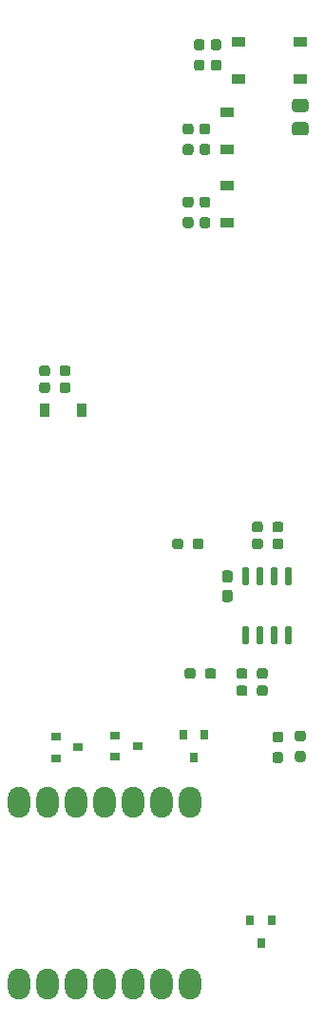
<source format=gbr>
%TF.GenerationSoftware,KiCad,Pcbnew,(5.1.9-0-10_14)*%
%TF.CreationDate,2021-03-07T22:41:29+09:00*%
%TF.ProjectId,jade_hardware,6a616465-5f68-4617-9264-776172652e6b,A*%
%TF.SameCoordinates,Original*%
%TF.FileFunction,Paste,Top*%
%TF.FilePolarity,Positive*%
%FSLAX46Y46*%
G04 Gerber Fmt 4.6, Leading zero omitted, Abs format (unit mm)*
G04 Created by KiCad (PCBNEW (5.1.9-0-10_14)) date 2021-03-07 22:41:29*
%MOMM*%
%LPD*%
G01*
G04 APERTURE LIST*
%ADD10O,1.998980X2.748280*%
%ADD11R,0.900000X0.800000*%
%ADD12R,0.800000X0.900000*%
%ADD13R,1.200000X0.900000*%
%ADD14R,0.900000X1.200000*%
G04 APERTURE END LIST*
D10*
%TO.C,U1*%
X117932180Y-157166880D03*
X120472180Y-157166880D03*
X123012180Y-157166880D03*
X125552180Y-157166880D03*
X128092180Y-157166880D03*
X130632180Y-157166880D03*
X133172180Y-157166880D03*
X133172180Y-141002320D03*
X130632180Y-141002320D03*
X128092180Y-141002320D03*
X125552180Y-141002320D03*
X123012180Y-141002320D03*
X120472180Y-141002320D03*
X117932180Y-141002320D03*
%TD*%
%TO.C,U2*%
G36*
G01*
X138245000Y-121700000D02*
X137945000Y-121700000D01*
G75*
G02*
X137795000Y-121550000I0J150000D01*
G01*
X137795000Y-120200000D01*
G75*
G02*
X137945000Y-120050000I150000J0D01*
G01*
X138245000Y-120050000D01*
G75*
G02*
X138395000Y-120200000I0J-150000D01*
G01*
X138395000Y-121550000D01*
G75*
G02*
X138245000Y-121700000I-150000J0D01*
G01*
G37*
G36*
G01*
X139515000Y-121700000D02*
X139215000Y-121700000D01*
G75*
G02*
X139065000Y-121550000I0J150000D01*
G01*
X139065000Y-120200000D01*
G75*
G02*
X139215000Y-120050000I150000J0D01*
G01*
X139515000Y-120050000D01*
G75*
G02*
X139665000Y-120200000I0J-150000D01*
G01*
X139665000Y-121550000D01*
G75*
G02*
X139515000Y-121700000I-150000J0D01*
G01*
G37*
G36*
G01*
X140785000Y-121700000D02*
X140485000Y-121700000D01*
G75*
G02*
X140335000Y-121550000I0J150000D01*
G01*
X140335000Y-120200000D01*
G75*
G02*
X140485000Y-120050000I150000J0D01*
G01*
X140785000Y-120050000D01*
G75*
G02*
X140935000Y-120200000I0J-150000D01*
G01*
X140935000Y-121550000D01*
G75*
G02*
X140785000Y-121700000I-150000J0D01*
G01*
G37*
G36*
G01*
X142055000Y-121700000D02*
X141755000Y-121700000D01*
G75*
G02*
X141605000Y-121550000I0J150000D01*
G01*
X141605000Y-120200000D01*
G75*
G02*
X141755000Y-120050000I150000J0D01*
G01*
X142055000Y-120050000D01*
G75*
G02*
X142205000Y-120200000I0J-150000D01*
G01*
X142205000Y-121550000D01*
G75*
G02*
X142055000Y-121700000I-150000J0D01*
G01*
G37*
G36*
G01*
X142055000Y-126950000D02*
X141755000Y-126950000D01*
G75*
G02*
X141605000Y-126800000I0J150000D01*
G01*
X141605000Y-125450000D01*
G75*
G02*
X141755000Y-125300000I150000J0D01*
G01*
X142055000Y-125300000D01*
G75*
G02*
X142205000Y-125450000I0J-150000D01*
G01*
X142205000Y-126800000D01*
G75*
G02*
X142055000Y-126950000I-150000J0D01*
G01*
G37*
G36*
G01*
X140785000Y-126950000D02*
X140485000Y-126950000D01*
G75*
G02*
X140335000Y-126800000I0J150000D01*
G01*
X140335000Y-125450000D01*
G75*
G02*
X140485000Y-125300000I150000J0D01*
G01*
X140785000Y-125300000D01*
G75*
G02*
X140935000Y-125450000I0J-150000D01*
G01*
X140935000Y-126800000D01*
G75*
G02*
X140785000Y-126950000I-150000J0D01*
G01*
G37*
G36*
G01*
X139515000Y-126950000D02*
X139215000Y-126950000D01*
G75*
G02*
X139065000Y-126800000I0J150000D01*
G01*
X139065000Y-125450000D01*
G75*
G02*
X139215000Y-125300000I150000J0D01*
G01*
X139515000Y-125300000D01*
G75*
G02*
X139665000Y-125450000I0J-150000D01*
G01*
X139665000Y-126800000D01*
G75*
G02*
X139515000Y-126950000I-150000J0D01*
G01*
G37*
G36*
G01*
X138245000Y-126950000D02*
X137945000Y-126950000D01*
G75*
G02*
X137795000Y-126800000I0J150000D01*
G01*
X137795000Y-125450000D01*
G75*
G02*
X137945000Y-125300000I150000J0D01*
G01*
X138245000Y-125300000D01*
G75*
G02*
X138395000Y-125450000I0J-150000D01*
G01*
X138395000Y-126800000D01*
G75*
G02*
X138245000Y-126950000I-150000J0D01*
G01*
G37*
%TD*%
%TO.C,R16*%
G36*
G01*
X134513500Y-129777500D02*
X134513500Y-129302500D01*
G75*
G02*
X134751000Y-129065000I237500J0D01*
G01*
X135251000Y-129065000D01*
G75*
G02*
X135488500Y-129302500I0J-237500D01*
G01*
X135488500Y-129777500D01*
G75*
G02*
X135251000Y-130015000I-237500J0D01*
G01*
X134751000Y-130015000D01*
G75*
G02*
X134513500Y-129777500I0J237500D01*
G01*
G37*
G36*
G01*
X132688500Y-129777500D02*
X132688500Y-129302500D01*
G75*
G02*
X132926000Y-129065000I237500J0D01*
G01*
X133426000Y-129065000D01*
G75*
G02*
X133663500Y-129302500I0J-237500D01*
G01*
X133663500Y-129777500D01*
G75*
G02*
X133426000Y-130015000I-237500J0D01*
G01*
X132926000Y-130015000D01*
G75*
G02*
X132688500Y-129777500I0J237500D01*
G01*
G37*
%TD*%
%TO.C,R15*%
G36*
G01*
X133425000Y-118237500D02*
X133425000Y-117762500D01*
G75*
G02*
X133662500Y-117525000I237500J0D01*
G01*
X134162500Y-117525000D01*
G75*
G02*
X134400000Y-117762500I0J-237500D01*
G01*
X134400000Y-118237500D01*
G75*
G02*
X134162500Y-118475000I-237500J0D01*
G01*
X133662500Y-118475000D01*
G75*
G02*
X133425000Y-118237500I0J237500D01*
G01*
G37*
G36*
G01*
X131600000Y-118237500D02*
X131600000Y-117762500D01*
G75*
G02*
X131837500Y-117525000I237500J0D01*
G01*
X132337500Y-117525000D01*
G75*
G02*
X132575000Y-117762500I0J-237500D01*
G01*
X132575000Y-118237500D01*
G75*
G02*
X132337500Y-118475000I-237500J0D01*
G01*
X131837500Y-118475000D01*
G75*
G02*
X131600000Y-118237500I0J237500D01*
G01*
G37*
%TD*%
%TO.C,R14*%
G36*
G01*
X139132500Y-129777500D02*
X139132500Y-129302500D01*
G75*
G02*
X139370000Y-129065000I237500J0D01*
G01*
X139870000Y-129065000D01*
G75*
G02*
X140107500Y-129302500I0J-237500D01*
G01*
X140107500Y-129777500D01*
G75*
G02*
X139870000Y-130015000I-237500J0D01*
G01*
X139370000Y-130015000D01*
G75*
G02*
X139132500Y-129777500I0J237500D01*
G01*
G37*
G36*
G01*
X137307500Y-129777500D02*
X137307500Y-129302500D01*
G75*
G02*
X137545000Y-129065000I237500J0D01*
G01*
X138045000Y-129065000D01*
G75*
G02*
X138282500Y-129302500I0J-237500D01*
G01*
X138282500Y-129777500D01*
G75*
G02*
X138045000Y-130015000I-237500J0D01*
G01*
X137545000Y-130015000D01*
G75*
G02*
X137307500Y-129777500I0J237500D01*
G01*
G37*
%TD*%
%TO.C,R13*%
G36*
G01*
X140512500Y-118237500D02*
X140512500Y-117762500D01*
G75*
G02*
X140750000Y-117525000I237500J0D01*
G01*
X141250000Y-117525000D01*
G75*
G02*
X141487500Y-117762500I0J-237500D01*
G01*
X141487500Y-118237500D01*
G75*
G02*
X141250000Y-118475000I-237500J0D01*
G01*
X140750000Y-118475000D01*
G75*
G02*
X140512500Y-118237500I0J237500D01*
G01*
G37*
G36*
G01*
X138687500Y-118237500D02*
X138687500Y-117762500D01*
G75*
G02*
X138925000Y-117525000I237500J0D01*
G01*
X139425000Y-117525000D01*
G75*
G02*
X139662500Y-117762500I0J-237500D01*
G01*
X139662500Y-118237500D01*
G75*
G02*
X139425000Y-118475000I-237500J0D01*
G01*
X138925000Y-118475000D01*
G75*
G02*
X138687500Y-118237500I0J237500D01*
G01*
G37*
%TD*%
%TO.C,R12*%
G36*
G01*
X140762500Y-136512500D02*
X141237500Y-136512500D01*
G75*
G02*
X141475000Y-136750000I0J-237500D01*
G01*
X141475000Y-137250000D01*
G75*
G02*
X141237500Y-137487500I-237500J0D01*
G01*
X140762500Y-137487500D01*
G75*
G02*
X140525000Y-137250000I0J237500D01*
G01*
X140525000Y-136750000D01*
G75*
G02*
X140762500Y-136512500I237500J0D01*
G01*
G37*
G36*
G01*
X140762500Y-134687500D02*
X141237500Y-134687500D01*
G75*
G02*
X141475000Y-134925000I0J-237500D01*
G01*
X141475000Y-135425000D01*
G75*
G02*
X141237500Y-135662500I-237500J0D01*
G01*
X140762500Y-135662500D01*
G75*
G02*
X140525000Y-135425000I0J237500D01*
G01*
X140525000Y-134925000D01*
G75*
G02*
X140762500Y-134687500I237500J0D01*
G01*
G37*
%TD*%
%TO.C,R11*%
G36*
G01*
X138282500Y-130826500D02*
X138282500Y-131301500D01*
G75*
G02*
X138045000Y-131539000I-237500J0D01*
G01*
X137545000Y-131539000D01*
G75*
G02*
X137307500Y-131301500I0J237500D01*
G01*
X137307500Y-130826500D01*
G75*
G02*
X137545000Y-130589000I237500J0D01*
G01*
X138045000Y-130589000D01*
G75*
G02*
X138282500Y-130826500I0J-237500D01*
G01*
G37*
G36*
G01*
X140107500Y-130826500D02*
X140107500Y-131301500D01*
G75*
G02*
X139870000Y-131539000I-237500J0D01*
G01*
X139370000Y-131539000D01*
G75*
G02*
X139132500Y-131301500I0J237500D01*
G01*
X139132500Y-130826500D01*
G75*
G02*
X139370000Y-130589000I237500J0D01*
G01*
X139870000Y-130589000D01*
G75*
G02*
X140107500Y-130826500I0J-237500D01*
G01*
G37*
%TD*%
%TO.C,R10*%
G36*
G01*
X142762500Y-136425000D02*
X143237500Y-136425000D01*
G75*
G02*
X143475000Y-136662500I0J-237500D01*
G01*
X143475000Y-137162500D01*
G75*
G02*
X143237500Y-137400000I-237500J0D01*
G01*
X142762500Y-137400000D01*
G75*
G02*
X142525000Y-137162500I0J237500D01*
G01*
X142525000Y-136662500D01*
G75*
G02*
X142762500Y-136425000I237500J0D01*
G01*
G37*
G36*
G01*
X142762500Y-134600000D02*
X143237500Y-134600000D01*
G75*
G02*
X143475000Y-134837500I0J-237500D01*
G01*
X143475000Y-135337500D01*
G75*
G02*
X143237500Y-135575000I-237500J0D01*
G01*
X142762500Y-135575000D01*
G75*
G02*
X142525000Y-135337500I0J237500D01*
G01*
X142525000Y-134837500D01*
G75*
G02*
X142762500Y-134600000I237500J0D01*
G01*
G37*
%TD*%
%TO.C,R9*%
G36*
G01*
X139662500Y-116262500D02*
X139662500Y-116737500D01*
G75*
G02*
X139425000Y-116975000I-237500J0D01*
G01*
X138925000Y-116975000D01*
G75*
G02*
X138687500Y-116737500I0J237500D01*
G01*
X138687500Y-116262500D01*
G75*
G02*
X138925000Y-116025000I237500J0D01*
G01*
X139425000Y-116025000D01*
G75*
G02*
X139662500Y-116262500I0J-237500D01*
G01*
G37*
G36*
G01*
X141487500Y-116262500D02*
X141487500Y-116737500D01*
G75*
G02*
X141250000Y-116975000I-237500J0D01*
G01*
X140750000Y-116975000D01*
G75*
G02*
X140512500Y-116737500I0J237500D01*
G01*
X140512500Y-116262500D01*
G75*
G02*
X140750000Y-116025000I237500J0D01*
G01*
X141250000Y-116025000D01*
G75*
G02*
X141487500Y-116262500I0J-237500D01*
G01*
G37*
%TD*%
%TO.C,R8*%
G36*
G01*
X120697500Y-103862500D02*
X120697500Y-104337500D01*
G75*
G02*
X120460000Y-104575000I-237500J0D01*
G01*
X119960000Y-104575000D01*
G75*
G02*
X119722500Y-104337500I0J237500D01*
G01*
X119722500Y-103862500D01*
G75*
G02*
X119960000Y-103625000I237500J0D01*
G01*
X120460000Y-103625000D01*
G75*
G02*
X120697500Y-103862500I0J-237500D01*
G01*
G37*
G36*
G01*
X122522500Y-103862500D02*
X122522500Y-104337500D01*
G75*
G02*
X122285000Y-104575000I-237500J0D01*
G01*
X121785000Y-104575000D01*
G75*
G02*
X121547500Y-104337500I0J237500D01*
G01*
X121547500Y-103862500D01*
G75*
G02*
X121785000Y-103625000I237500J0D01*
G01*
X122285000Y-103625000D01*
G75*
G02*
X122522500Y-103862500I0J-237500D01*
G01*
G37*
%TD*%
%TO.C,R7*%
G36*
G01*
X134262500Y-88925000D02*
X134737500Y-88925000D01*
G75*
G02*
X134975000Y-89162500I0J-237500D01*
G01*
X134975000Y-89662500D01*
G75*
G02*
X134737500Y-89900000I-237500J0D01*
G01*
X134262500Y-89900000D01*
G75*
G02*
X134025000Y-89662500I0J237500D01*
G01*
X134025000Y-89162500D01*
G75*
G02*
X134262500Y-88925000I237500J0D01*
G01*
G37*
G36*
G01*
X134262500Y-87100000D02*
X134737500Y-87100000D01*
G75*
G02*
X134975000Y-87337500I0J-237500D01*
G01*
X134975000Y-87837500D01*
G75*
G02*
X134737500Y-88075000I-237500J0D01*
G01*
X134262500Y-88075000D01*
G75*
G02*
X134025000Y-87837500I0J237500D01*
G01*
X134025000Y-87337500D01*
G75*
G02*
X134262500Y-87100000I237500J0D01*
G01*
G37*
%TD*%
%TO.C,R6*%
G36*
G01*
X134262500Y-82425000D02*
X134737500Y-82425000D01*
G75*
G02*
X134975000Y-82662500I0J-237500D01*
G01*
X134975000Y-83162500D01*
G75*
G02*
X134737500Y-83400000I-237500J0D01*
G01*
X134262500Y-83400000D01*
G75*
G02*
X134025000Y-83162500I0J237500D01*
G01*
X134025000Y-82662500D01*
G75*
G02*
X134262500Y-82425000I237500J0D01*
G01*
G37*
G36*
G01*
X134262500Y-80600000D02*
X134737500Y-80600000D01*
G75*
G02*
X134975000Y-80837500I0J-237500D01*
G01*
X134975000Y-81337500D01*
G75*
G02*
X134737500Y-81575000I-237500J0D01*
G01*
X134262500Y-81575000D01*
G75*
G02*
X134025000Y-81337500I0J237500D01*
G01*
X134025000Y-80837500D01*
G75*
G02*
X134262500Y-80600000I237500J0D01*
G01*
G37*
%TD*%
%TO.C,R5*%
G36*
G01*
X135262500Y-74925000D02*
X135737500Y-74925000D01*
G75*
G02*
X135975000Y-75162500I0J-237500D01*
G01*
X135975000Y-75662500D01*
G75*
G02*
X135737500Y-75900000I-237500J0D01*
G01*
X135262500Y-75900000D01*
G75*
G02*
X135025000Y-75662500I0J237500D01*
G01*
X135025000Y-75162500D01*
G75*
G02*
X135262500Y-74925000I237500J0D01*
G01*
G37*
G36*
G01*
X135262500Y-73100000D02*
X135737500Y-73100000D01*
G75*
G02*
X135975000Y-73337500I0J-237500D01*
G01*
X135975000Y-73837500D01*
G75*
G02*
X135737500Y-74075000I-237500J0D01*
G01*
X135262500Y-74075000D01*
G75*
G02*
X135025000Y-73837500I0J237500D01*
G01*
X135025000Y-73337500D01*
G75*
G02*
X135262500Y-73100000I237500J0D01*
G01*
G37*
%TD*%
%TO.C,R4*%
G36*
G01*
X121547500Y-102837500D02*
X121547500Y-102362500D01*
G75*
G02*
X121785000Y-102125000I237500J0D01*
G01*
X122285000Y-102125000D01*
G75*
G02*
X122522500Y-102362500I0J-237500D01*
G01*
X122522500Y-102837500D01*
G75*
G02*
X122285000Y-103075000I-237500J0D01*
G01*
X121785000Y-103075000D01*
G75*
G02*
X121547500Y-102837500I0J237500D01*
G01*
G37*
G36*
G01*
X119722500Y-102837500D02*
X119722500Y-102362500D01*
G75*
G02*
X119960000Y-102125000I237500J0D01*
G01*
X120460000Y-102125000D01*
G75*
G02*
X120697500Y-102362500I0J-237500D01*
G01*
X120697500Y-102837500D01*
G75*
G02*
X120460000Y-103075000I-237500J0D01*
G01*
X119960000Y-103075000D01*
G75*
G02*
X119722500Y-102837500I0J237500D01*
G01*
G37*
%TD*%
%TO.C,R3*%
G36*
G01*
X133237500Y-88075000D02*
X132762500Y-88075000D01*
G75*
G02*
X132525000Y-87837500I0J237500D01*
G01*
X132525000Y-87337500D01*
G75*
G02*
X132762500Y-87100000I237500J0D01*
G01*
X133237500Y-87100000D01*
G75*
G02*
X133475000Y-87337500I0J-237500D01*
G01*
X133475000Y-87837500D01*
G75*
G02*
X133237500Y-88075000I-237500J0D01*
G01*
G37*
G36*
G01*
X133237500Y-89900000D02*
X132762500Y-89900000D01*
G75*
G02*
X132525000Y-89662500I0J237500D01*
G01*
X132525000Y-89162500D01*
G75*
G02*
X132762500Y-88925000I237500J0D01*
G01*
X133237500Y-88925000D01*
G75*
G02*
X133475000Y-89162500I0J-237500D01*
G01*
X133475000Y-89662500D01*
G75*
G02*
X133237500Y-89900000I-237500J0D01*
G01*
G37*
%TD*%
%TO.C,R2*%
G36*
G01*
X133237500Y-81575000D02*
X132762500Y-81575000D01*
G75*
G02*
X132525000Y-81337500I0J237500D01*
G01*
X132525000Y-80837500D01*
G75*
G02*
X132762500Y-80600000I237500J0D01*
G01*
X133237500Y-80600000D01*
G75*
G02*
X133475000Y-80837500I0J-237500D01*
G01*
X133475000Y-81337500D01*
G75*
G02*
X133237500Y-81575000I-237500J0D01*
G01*
G37*
G36*
G01*
X133237500Y-83400000D02*
X132762500Y-83400000D01*
G75*
G02*
X132525000Y-83162500I0J237500D01*
G01*
X132525000Y-82662500D01*
G75*
G02*
X132762500Y-82425000I237500J0D01*
G01*
X133237500Y-82425000D01*
G75*
G02*
X133475000Y-82662500I0J-237500D01*
G01*
X133475000Y-83162500D01*
G75*
G02*
X133237500Y-83400000I-237500J0D01*
G01*
G37*
%TD*%
%TO.C,R1*%
G36*
G01*
X134237500Y-74075000D02*
X133762500Y-74075000D01*
G75*
G02*
X133525000Y-73837500I0J237500D01*
G01*
X133525000Y-73337500D01*
G75*
G02*
X133762500Y-73100000I237500J0D01*
G01*
X134237500Y-73100000D01*
G75*
G02*
X134475000Y-73337500I0J-237500D01*
G01*
X134475000Y-73837500D01*
G75*
G02*
X134237500Y-74075000I-237500J0D01*
G01*
G37*
G36*
G01*
X134237500Y-75900000D02*
X133762500Y-75900000D01*
G75*
G02*
X133525000Y-75662500I0J237500D01*
G01*
X133525000Y-75162500D01*
G75*
G02*
X133762500Y-74925000I237500J0D01*
G01*
X134237500Y-74925000D01*
G75*
G02*
X134475000Y-75162500I0J-237500D01*
G01*
X134475000Y-75662500D01*
G75*
G02*
X134237500Y-75900000I-237500J0D01*
G01*
G37*
%TD*%
D11*
%TO.C,Q4*%
X123200000Y-136100000D03*
X121200000Y-137050000D03*
X121200000Y-135150000D03*
%TD*%
%TO.C,Q3*%
X128500000Y-136000000D03*
X126500000Y-136950000D03*
X126500000Y-135050000D03*
%TD*%
D12*
%TO.C,Q2*%
X133500000Y-137000000D03*
X132550000Y-135000000D03*
X134450000Y-135000000D03*
%TD*%
%TO.C,Q1*%
X139500000Y-153500000D03*
X138550000Y-151500000D03*
X140450000Y-151500000D03*
%TD*%
D13*
%TO.C,D5*%
X143000000Y-73350000D03*
X143000000Y-76650000D03*
%TD*%
D14*
%TO.C,D4*%
X123550000Y-106100000D03*
X120250000Y-106100000D03*
%TD*%
D13*
%TO.C,D3*%
X136500000Y-86107000D03*
X136500000Y-89407000D03*
%TD*%
%TO.C,D2*%
X136500000Y-79631000D03*
X136500000Y-82931000D03*
%TD*%
%TO.C,D1*%
X137500000Y-73350000D03*
X137500000Y-76650000D03*
%TD*%
%TO.C,C2*%
G36*
G01*
X136262500Y-122087500D02*
X136737500Y-122087500D01*
G75*
G02*
X136975000Y-122325000I0J-237500D01*
G01*
X136975000Y-122925000D01*
G75*
G02*
X136737500Y-123162500I-237500J0D01*
G01*
X136262500Y-123162500D01*
G75*
G02*
X136025000Y-122925000I0J237500D01*
G01*
X136025000Y-122325000D01*
G75*
G02*
X136262500Y-122087500I237500J0D01*
G01*
G37*
G36*
G01*
X136262500Y-120362500D02*
X136737500Y-120362500D01*
G75*
G02*
X136975000Y-120600000I0J-237500D01*
G01*
X136975000Y-121200000D01*
G75*
G02*
X136737500Y-121437500I-237500J0D01*
G01*
X136262500Y-121437500D01*
G75*
G02*
X136025000Y-121200000I0J237500D01*
G01*
X136025000Y-120600000D01*
G75*
G02*
X136262500Y-120362500I237500J0D01*
G01*
G37*
%TD*%
%TO.C,C1*%
G36*
G01*
X142525000Y-80487500D02*
X143475000Y-80487500D01*
G75*
G02*
X143725000Y-80737500I0J-250000D01*
G01*
X143725000Y-81412500D01*
G75*
G02*
X143475000Y-81662500I-250000J0D01*
G01*
X142525000Y-81662500D01*
G75*
G02*
X142275000Y-81412500I0J250000D01*
G01*
X142275000Y-80737500D01*
G75*
G02*
X142525000Y-80487500I250000J0D01*
G01*
G37*
G36*
G01*
X142525000Y-78412500D02*
X143475000Y-78412500D01*
G75*
G02*
X143725000Y-78662500I0J-250000D01*
G01*
X143725000Y-79337500D01*
G75*
G02*
X143475000Y-79587500I-250000J0D01*
G01*
X142525000Y-79587500D01*
G75*
G02*
X142275000Y-79337500I0J250000D01*
G01*
X142275000Y-78662500D01*
G75*
G02*
X142525000Y-78412500I250000J0D01*
G01*
G37*
%TD*%
M02*

</source>
